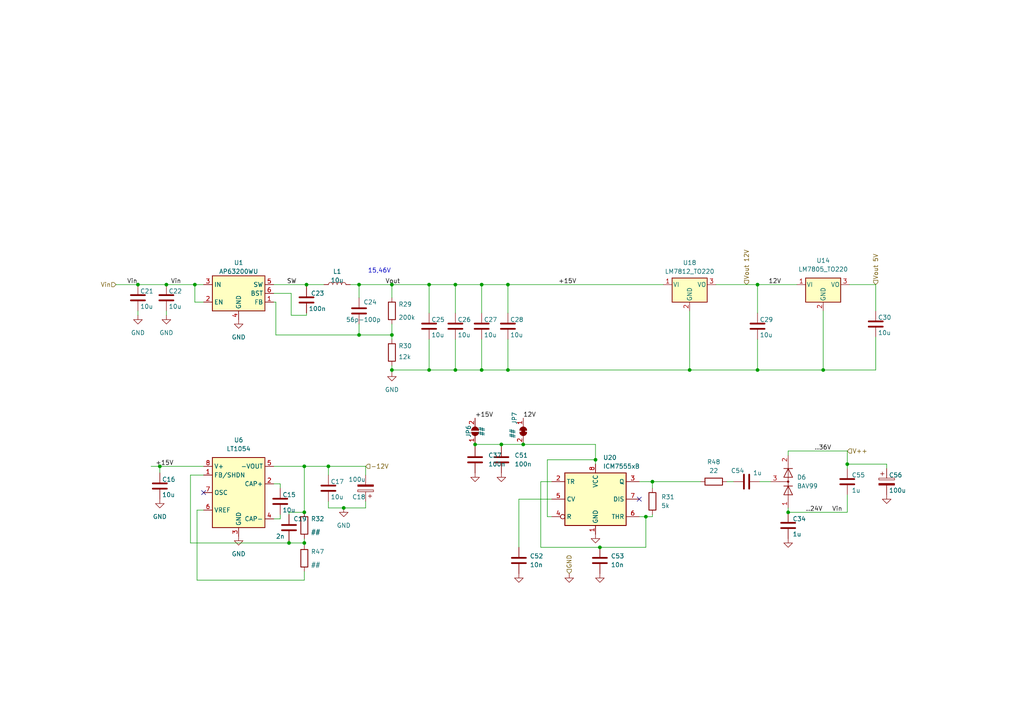
<source format=kicad_sch>
(kicad_sch (version 20231120) (generator "eeschema") (generator_version "8.0")
  (paper "A4")
  (lib_symbols
    (symbol "Device:C" (pin_numbers hide) (pin_names (offset 0.254))
      (property "Reference" "C" (at 0.635 2.54 0))
      (property "Value" "C" (at 0.635 -2.54 0))
      (symbol "C_0_1"
        (polyline (pts (xy -2.032 -0.762) (xy 2.032 -0.762)) (stroke (width 0.508)))
        (polyline (pts (xy -2.032 0.762) (xy 2.032 0.762)) (stroke (width 0.508)))
      )
      (symbol "C_1_1"
        (pin passive line (at 0 3.81 270) (length 2.794) (name "~") (number "1"))
        (pin passive line (at 0 -3.81 90) (length 2.794) (name "~") (number "2"))
      )
    )
    (symbol "Device:C_Polarized" (pin_numbers hide) (pin_names (offset 0.254))
      (property "Reference" "C" (at 0.635 2.54 0))
      (property "Value" "C_Polarized" (at 0.635 -2.54 0))
      (symbol "C_Polarized_0_1"
        (rectangle (start -2.286 0.508) (end 2.286 1.016))
        (polyline (pts (xy -1.778 2.286) (xy -0.762 2.286)))
        (polyline (pts (xy -1.27 2.794) (xy -1.27 1.778)))
        (rectangle (start 2.286 -0.508) (end -2.286 -1.016) (fill (type outline)))
      )
      (symbol "C_Polarized_1_1"
        (pin passive line (at 0 3.81 270) (length 2.794) (name "~") (number "1"))
        (pin passive line (at 0 -3.81 90) (length 2.794) (name "~") (number "2"))
      )
    )
    (symbol "Device:L" (pin_numbers hide) (pin_names (offset 1.016) hide)
      (property "Reference" "L" (at -1.27 0 90))
      (property "Value" "L" (at 1.905 0 90))
      (symbol "L_0_1"
        (arc (start 0 -2.54) (mid 0.6323 -1.905) (end 0 -1.27))
        (arc (start 0 -1.27) (mid 0.6323 -0.635) (end 0 0))
        (arc (start 0 0) (mid 0.6323 0.635) (end 0 1.27))
        (arc (start 0 1.27) (mid 0.6323 1.905) (end 0 2.54))
      )
      (symbol "L_1_1"
        (pin passive line (at 0 3.81 270) (length 1.27) (name "1") (number "1"))
        (pin passive line (at 0 -3.81 90) (length 1.27) (name "2") (number "2"))
      )
    )
    (symbol "Device:R" (pin_numbers hide) (pin_names (offset 0))
      (property "Reference" "R" (at 2.032 0 90))
      (property "Value" "R" (at 0 0 90))
      (symbol "R_0_1"
        (rectangle (start -1.016 -2.54) (end 1.016 2.54) (stroke (width 0.254)))
      )
      (symbol "R_1_1"
        (pin passive line (at 0 3.81 270) (length 1.27) (name "~") (number "1"))
        (pin passive line (at 0 -3.81 90) (length 1.27) (name "~") (number "2"))
      )
    )
    (symbol "Diode:BAV99" (pin_names hide)
      (property "Reference" "D" (at 0 5.08 0))
      (property "Value" "BAV99" (at 0 2.54 0))
      (symbol "BAV99_0_1"
        (polyline (pts (xy -5.08 0) (xy 5.08 0)))
      )
      (symbol "BAV99_1_1"
        (polyline (pts (xy 0 0) (xy 0 -2.54)))
        (polyline (pts (xy -1.27 -1.27) (xy -1.27 1.27) (xy -1.27 1.27)) (stroke (width 0.2032)))
        (polyline (pts (xy 3.81 1.27) (xy 3.81 -1.27) (xy 3.81 -1.27)) (stroke (width 0.2032)))
        (polyline (pts (xy -3.81 1.27) (xy -1.27 0) (xy -3.81 -1.27) (xy -3.81 1.27) (xy -3.81 1.27) (xy -3.81 1.27)) (stroke (width 0.2032)))
        (polyline (pts (xy 1.27 1.27) (xy 3.81 0) (xy 1.27 -1.27) (xy 1.27 1.27) (xy 1.27 1.27) (xy 1.27 1.27)) (stroke (width 0.2032)))
        (circle (center 0 0) (radius 0.254) (fill (type outline)))
        (pin passive line (at -7.62 0 0) (length 2.54) (name "K") (number "1"))
        (pin passive line (at 7.62 0 180) (length 2.54) (name "A") (number "2"))
        (pin passive line (at 0 -5.08 90) (length 2.54) (name "K") (number "3"))
      )
    )
    (symbol "Jumper:SolderJumper_2_Bridged" (pin_names (offset 0) hide)
      (property "Reference" "JP" (at 0 2.032 0))
      (property "Value" "SolderJumper_2_Bridged" (at 0 -2.54 0))
      (symbol "SolderJumper_2_Bridged_0_1"
        (rectangle (start -0.508 0.508) (end 0.508 -0.508) (fill (type outline)))
        (arc (start -0.254 1.016) (mid -1.2656 0) (end -0.254 -1.016))
        (arc (start -0.254 1.016) (mid -1.2656 0) (end -0.254 -1.016) (fill (type outline)))
        (polyline (pts (xy -0.254 1.016) (xy -0.254 -1.016)))
        (polyline (pts (xy 0.254 1.016) (xy 0.254 -1.016)))
        (arc (start 0.254 -1.016) (mid 1.2656 0) (end 0.254 1.016))
        (arc (start 0.254 -1.016) (mid 1.2656 0) (end 0.254 1.016) (fill (type outline)))
      )
      (symbol "SolderJumper_2_Bridged_1_1"
        (pin passive line (at -3.81 0 0) (length 2.54) (name "A") (number "1"))
        (pin passive line (at 3.81 0 180) (length 2.54) (name "B") (number "2"))
      )
    )
    (symbol "Jumper:SolderJumper_2_Open" (pin_names (offset 0) hide)
      (property "Reference" "JP" (at 0 2.032 0))
      (property "Value" "SolderJumper_2_Open" (at 0 -2.54 0))
      (symbol "SolderJumper_2_Open_0_1"
        (arc (start -0.254 1.016) (mid -1.2656 0) (end -0.254 -1.016))
        (arc (start -0.254 1.016) (mid -1.2656 0) (end -0.254 -1.016) (fill (type outline)))
        (polyline (pts (xy -0.254 1.016) (xy -0.254 -1.016)))
        (polyline (pts (xy 0.254 1.016) (xy 0.254 -1.016)))
        (arc (start 0.254 -1.016) (mid 1.2656 0) (end 0.254 1.016))
        (arc (start 0.254 -1.016) (mid 1.2656 0) (end 0.254 1.016) (fill (type outline)))
      )
      (symbol "SolderJumper_2_Open_1_1"
        (pin passive line (at -3.81 0 0) (length 2.54) (name "A") (number "1"))
        (pin passive line (at 3.81 0 180) (length 2.54) (name "B") (number "2"))
      )
    )
    (symbol "Regulator_Linear:LM7805_TO220" (pin_names (offset 0.254))
      (property "Reference" "U" (at -3.81 3.175 0))
      (property "Value" "LM7805_TO220" (at 0 3.175 0))
      (symbol "LM7805_TO220_0_1"
        (rectangle (start -5.08 1.905) (end 5.08 -5.08) (stroke (width 0.254)) (fill (type background)))
      )
      (symbol "LM7805_TO220_1_1"
        (pin power_in line (at -7.62 0 0) (length 2.54) (name "VI") (number "1"))
        (pin power_in line (at 0 -7.62 90) (length 2.54) (name "GND") (number "2"))
        (pin power_out line (at 7.62 0 180) (length 2.54) (name "VO") (number "3"))
      )
    )
    (symbol "Regulator_Linear:LM7812_TO220" (pin_names (offset 0.254))
      (property "Reference" "U" (at -3.81 3.175 0))
      (property "Value" "LM7812_TO220" (at 0 3.175 0))
      (symbol "LM7812_TO220_0_1"
        (rectangle (start -5.08 1.905) (end 5.08 -5.08) (stroke (width 0.254)) (fill (type background)))
      )
      (symbol "LM7812_TO220_1_1"
        (pin power_in line (at -7.62 0 0) (length 2.54) (name "VI") (number "1"))
        (pin power_in line (at 0 -7.62 90) (length 2.54) (name "GND") (number "2"))
        (pin power_out line (at 7.62 0 180) (length 2.54) (name "VO") (number "3"))
      )
    )
    (symbol "Regulator_SwitchedCapacitor:LT1054"
      (property "Reference" "U" (at -6.604 11.176 0))
      (property "Value" "LT1054" (at 4.318 11.176 0))
      (symbol "LT1054_0_1"
        (rectangle (start -7.62 10.16) (end 7.62 -10.16) (stroke (width 0.254)) (fill (type background)))
      )
      (symbol "LT1054_1_1"
        (pin input line (at -10.16 5.08 0) (length 2.54) (name "FB/SHDN") (number "1"))
        (pin input line (at 10.16 2.54 180) (length 2.54) (name "CAP+") (number "2"))
        (pin power_in line (at 0 -12.7 90) (length 2.54) (name "GND") (number "3"))
        (pin input line (at 10.16 -7.62 180) (length 2.54) (name "CAP-") (number "4"))
        (pin power_out line (at 10.16 7.62 180) (length 2.54) (name "-VOUT") (number "5"))
        (pin output line (at -10.16 -5.08 0) (length 2.54) (name "VREF") (number "6"))
        (pin input line (at -10.16 0 0) (length 2.54) (name "OSC") (number "7"))
        (pin power_in line (at -10.16 7.62 0) (length 2.54) (name "V+") (number "8"))
      )
    )
    (symbol "Regulator_Switching:AP63200WU"
      (property "Reference" "U" (at -7.62 6.35 0))
      (property "Value" "AP63200WU" (at 2.54 6.35 0))
      (symbol "AP63200WU_0_1"
        (rectangle (start -7.62 5.08) (end 7.62 -5.08) (stroke (width 0.254)) (fill (type background)))
      )
      (symbol "AP63200WU_1_1"
        (pin input line (at 10.16 -2.54 180) (length 2.54) (name "FB") (number "1"))
        (pin input line (at -10.16 -2.54 0) (length 2.54) (name "EN") (number "2"))
        (pin power_in line (at -10.16 2.54 0) (length 2.54) (name "IN") (number "3"))
        (pin power_in line (at 0 -7.62 90) (length 2.54) (name "GND") (number "4"))
        (pin output line (at 10.16 2.54 180) (length 2.54) (name "SW") (number "5"))
        (pin passive line (at 10.16 0 180) (length 2.54) (name "BST") (number "6"))
      )
    )
    (symbol "Timer:ICM7555xB"
      (property "Reference" "U" (at -10.16 8.89 0))
      (property "Value" "ICM7555xB" (at 2.54 8.89 0))
      (symbol "ICM7555xB_0_0"
        (pin power_in line (at 0 -10.16 90) (length 2.54) (name "GND") (number "1"))
        (pin power_in line (at 0 10.16 270) (length 2.54) (name "VCC") (number "8"))
      )
      (symbol "ICM7555xB_0_1"
        (rectangle (start -8.89 -7.62) (end 8.89 7.62) (stroke (width 0.254)) (fill (type background)))
        (rectangle (start -8.89 -7.62) (end 8.89 7.62) (stroke (width 0.254)) (fill (type background)))
      )
      (symbol "ICM7555xB_1_1"
        (pin input line (at -12.7 5.08 0) (length 3.81) (name "TR") (number "2"))
        (pin output line (at 12.7 5.08 180) (length 3.81) (name "Q") (number "3"))
        (pin input inverted (at -12.7 -5.08 0) (length 3.81) (name "R") (number "4"))
        (pin input line (at -12.7 0 0) (length 3.81) (name "CV") (number "5"))
        (pin input line (at 12.7 -5.08 180) (length 3.81) (name "THR") (number "6"))
        (pin input line (at 12.7 0 180) (length 3.81) (name "DIS") (number "7"))
      )
    )
    (symbol "power:GND" (power) (pin_names (offset 0))
      (property "Value" "GND" (at 0 -3.81 0))
      (symbol "GND_0_1"
        (polyline (pts (xy 0 0) (xy 0 -1.27) (xy 1.27 -1.27) (xy 0 -2.54) (xy -1.27 -1.27) (xy 0 -1.27)))
      )
      (symbol "GND_1_1"
        (pin power_in line (at 0 0 270) (length 0) hide (name "GND") (number "1"))
      )
    )
  )
  (junction (at 245.745 134.62))
  (junction (at 151.765 128.905))
  (junction (at 99.695 147.32))
  (junction (at 228.6 148.59))
  (junction (at 219.71 107.315))
  (junction (at 187.325 149.86))
  (junction (at 147.32 82.55))
  (junction (at 124.46 107.315))
  (junction (at 113.665 107.315))
  (junction (at 219.71 82.55))
  (junction (at 137.795 128.905))
  (junction (at 132.08 82.55))
  (junction (at 40.005 82.55))
  (junction (at 88.265 148.59))
  (junction (at 104.14 82.55))
  (junction (at 124.46 82.55))
  (junction (at 132.08 107.315))
  (junction (at 113.665 97.155))
  (junction (at 48.26 82.55))
  (junction (at 88.265 135.255))
  (junction (at 200.025 107.315))
  (junction (at 113.665 82.55))
  (junction (at 46.355 135.255))
  (junction (at 83.82 157.48))
  (junction (at 56.515 82.55))
  (junction (at 139.7 82.55))
  (junction (at 88.9 82.55))
  (junction (at 104.14 97.155))
  (junction (at 147.32 107.315))
  (junction (at 145.415 128.905))
  (junction (at 173.99 158.75))
  (junction (at 172.72 133.35))
  (junction (at 189.23 139.7))
  (junction (at 88.265 157.48))
  (junction (at 95.25 135.255))
  (junction (at 238.76 107.315))
  (junction (at 139.7 107.315))
  (no_connect (at 185.42 144.78))
  (no_connect (at 59.055 142.875))
  (wire (pts (xy 257.175 134.62) (xy 245.745 134.62)))
  (wire (pts (xy 219.71 98.425) (xy 219.71 107.315)))
  (wire (pts (xy 113.665 93.98) (xy 113.665 97.155)))
  (wire (pts (xy 104.14 82.55) (xy 104.14 86.36)))
  (wire (pts (xy 113.665 107.315) (xy 113.665 106.045)))
  (wire (pts (xy 219.71 82.55) (xy 231.14 82.55)))
  (wire (pts (xy 254 97.79) (xy 254 107.315)))
  (wire (pts (xy 48.26 90.17) (xy 48.26 91.44)))
  (wire (pts (xy 124.46 82.55) (xy 132.08 82.55)))
  (wire (pts (xy 172.72 133.35) (xy 172.72 134.62)))
  (wire (pts (xy 113.665 107.315) (xy 124.46 107.315)))
  (wire (pts (xy 147.32 90.805) (xy 147.32 82.55)))
  (wire (pts (xy 238.76 90.17) (xy 238.76 107.315)))
  (wire (pts (xy 83.82 149.225) (xy 83.82 148.59)))
  (wire (pts (xy 228.6 130.81) (xy 245.745 130.81)))
  (wire (pts (xy 81.28 150.495) (xy 81.28 149.225)))
  (wire (pts (xy 101.6 82.55) (xy 104.14 82.55)))
  (wire (pts (xy 124.46 107.315) (xy 132.08 107.315)))
  (wire (pts (xy 139.7 82.55) (xy 147.32 82.55)))
  (wire (pts (xy 88.265 135.255) (xy 95.25 135.255)))
  (wire (pts (xy 84.455 85.09) (xy 79.375 85.09)))
  (wire (pts (xy 172.72 128.905) (xy 172.72 133.35)))
  (wire (pts (xy 88.265 168.275) (xy 57.15 168.275)))
  (wire (pts (xy 150.495 158.75) (xy 150.495 144.78)))
  (wire (pts (xy 187.325 149.86) (xy 189.23 149.86)))
  (wire (pts (xy 113.665 107.95) (xy 113.665 107.315)))
  (wire (pts (xy 79.375 150.495) (xy 81.28 150.495)))
  (wire (pts (xy 228.6 132.08) (xy 228.6 130.81)))
  (wire (pts (xy 104.14 97.155) (xy 113.665 97.155)))
  (wire (pts (xy 80.01 97.155) (xy 104.14 97.155)))
  (wire (pts (xy 158.75 133.35) (xy 172.72 133.35)))
  (wire (pts (xy 139.7 90.805) (xy 139.7 82.55)))
  (wire (pts (xy 88.265 156.21) (xy 88.265 157.48)))
  (wire (pts (xy 156.845 139.7) (xy 156.845 158.75)))
  (wire (pts (xy 56.515 82.55) (xy 59.055 82.55)))
  (wire (pts (xy 113.665 82.55) (xy 113.665 86.36)))
  (wire (pts (xy 46.355 135.255) (xy 59.055 135.255)))
  (wire (pts (xy 245.745 130.81) (xy 245.745 134.62)))
  (wire (pts (xy 139.7 98.425) (xy 139.7 107.315)))
  (wire (pts (xy 106.045 135.255) (xy 106.045 137.795)))
  (wire (pts (xy 59.055 137.795) (xy 55.245 137.795)))
  (wire (pts (xy 189.23 149.225) (xy 189.23 149.86)))
  (wire (pts (xy 46.355 137.16) (xy 46.355 135.255)))
  (wire (pts (xy 33.655 82.55) (xy 40.005 82.55)))
  (wire (pts (xy 158.75 149.86) (xy 158.75 133.35)))
  (wire (pts (xy 95.25 135.255) (xy 106.045 135.255)))
  (wire (pts (xy 219.71 107.315) (xy 200.025 107.315)))
  (wire (pts (xy 147.32 82.55) (xy 192.405 82.55)))
  (wire (pts (xy 245.745 148.59) (xy 245.745 143.51)))
  (wire (pts (xy 160.02 139.7) (xy 156.845 139.7)))
  (wire (pts (xy 40.005 91.44) (xy 40.005 90.17)))
  (wire (pts (xy 124.46 98.425) (xy 124.46 107.315)))
  (wire (pts (xy 83.82 156.845) (xy 83.82 157.48)))
  (wire (pts (xy 187.325 149.86) (xy 185.42 149.86)))
  (wire (pts (xy 79.375 135.255) (xy 88.265 135.255)))
  (wire (pts (xy 254 82.55) (xy 246.38 82.55)))
  (wire (pts (xy 238.76 107.315) (xy 219.71 107.315)))
  (wire (pts (xy 228.6 148.59) (xy 245.745 148.59)))
  (wire (pts (xy 88.9 82.55) (xy 88.9 83.185)))
  (wire (pts (xy 83.82 157.48) (xy 88.265 157.48)))
  (wire (pts (xy 95.25 137.795) (xy 95.25 135.255)))
  (wire (pts (xy 88.265 135.255) (xy 88.265 148.59)))
  (wire (pts (xy 245.745 134.62) (xy 245.745 135.89)))
  (wire (pts (xy 150.495 144.78) (xy 160.02 144.78)))
  (wire (pts (xy 56.515 82.55) (xy 56.515 87.63)))
  (wire (pts (xy 80.01 87.63) (xy 80.01 97.155)))
  (wire (pts (xy 81.28 140.335) (xy 79.375 140.335)))
  (wire (pts (xy 88.265 157.48) (xy 88.265 158.115)))
  (wire (pts (xy 137.795 129.54) (xy 137.795 128.905)))
  (wire (pts (xy 43.815 135.255) (xy 46.355 135.255)))
  (wire (pts (xy 84.455 91.44) (xy 88.9 91.44)))
  (wire (pts (xy 189.23 139.7) (xy 189.23 141.605)))
  (wire (pts (xy 79.375 87.63) (xy 80.01 87.63)))
  (wire (pts (xy 88.265 165.735) (xy 88.265 168.275)))
  (wire (pts (xy 147.32 107.315) (xy 200.025 107.315)))
  (wire (pts (xy 151.765 128.905) (xy 172.72 128.905)))
  (wire (pts (xy 55.245 157.48) (xy 83.82 157.48)))
  (wire (pts (xy 106.045 145.415) (xy 106.045 147.32)))
  (wire (pts (xy 173.99 158.75) (xy 187.325 158.75)))
  (wire (pts (xy 189.23 139.7) (xy 203.2 139.7)))
  (wire (pts (xy 257.175 135.89) (xy 257.175 134.62)))
  (wire (pts (xy 95.25 147.32) (xy 95.25 145.415)))
  (wire (pts (xy 132.08 98.425) (xy 132.08 107.315)))
  (wire (pts (xy 147.32 107.315) (xy 139.7 107.315)))
  (wire (pts (xy 187.325 158.75) (xy 187.325 149.86)))
  (wire (pts (xy 207.645 82.55) (xy 219.71 82.55)))
  (wire (pts (xy 220.345 139.7) (xy 223.52 139.7)))
  (wire (pts (xy 200.025 90.17) (xy 200.025 107.315)))
  (wire (pts (xy 210.82 139.7) (xy 212.725 139.7)))
  (wire (pts (xy 254 107.315) (xy 238.76 107.315)))
  (wire (pts (xy 113.665 97.155) (xy 113.665 98.425)))
  (wire (pts (xy 88.9 91.44) (xy 88.9 90.805)))
  (wire (pts (xy 254 90.17) (xy 254 82.55)))
  (wire (pts (xy 57.15 168.275) (xy 57.15 147.955)))
  (wire (pts (xy 113.665 82.55) (xy 104.14 82.55)))
  (wire (pts (xy 145.415 128.905) (xy 151.765 128.905)))
  (wire (pts (xy 55.245 137.795) (xy 55.245 157.48)))
  (wire (pts (xy 228.6 147.32) (xy 228.6 148.59)))
  (wire (pts (xy 59.055 87.63) (xy 56.515 87.63)))
  (wire (pts (xy 104.14 93.98) (xy 104.14 97.155)))
  (wire (pts (xy 160.02 149.86) (xy 158.75 149.86)))
  (wire (pts (xy 40.005 82.55) (xy 48.26 82.55)))
  (wire (pts (xy 84.455 91.44) (xy 84.455 85.09)))
  (wire (pts (xy 137.795 128.905) (xy 145.415 128.905)))
  (wire (pts (xy 81.28 141.605) (xy 81.28 140.335)))
  (wire (pts (xy 106.045 147.32) (xy 99.695 147.32)))
  (wire (pts (xy 132.08 107.315) (xy 139.7 107.315)))
  (wire (pts (xy 156.845 158.75) (xy 173.99 158.75)))
  (wire (pts (xy 99.695 147.32) (xy 95.25 147.32)))
  (wire (pts (xy 147.32 98.425) (xy 147.32 107.315)))
  (wire (pts (xy 113.665 82.55) (xy 124.46 82.55)))
  (wire (pts (xy 145.415 129.54) (xy 145.415 128.905)))
  (wire (pts (xy 132.08 82.55) (xy 132.08 90.805)))
  (wire (pts (xy 132.08 82.55) (xy 139.7 82.55)))
  (wire (pts (xy 185.42 139.7) (xy 189.23 139.7)))
  (wire (pts (xy 83.82 148.59) (xy 88.265 148.59)))
  (wire (pts (xy 57.15 147.955) (xy 59.055 147.955)))
  (wire (pts (xy 219.71 82.55) (xy 219.71 90.805)))
  (wire (pts (xy 124.46 82.55) (xy 124.46 90.805)))
  (wire (pts (xy 88.9 82.55) (xy 93.98 82.55)))
  (wire (pts (xy 79.375 82.55) (xy 88.9 82.55)))
  (wire (pts (xy 48.26 82.55) (xy 56.515 82.55)))
  (text "15,46V" (at 106.68 79.375 0) (effects (font (size 1.27 1.27)) (justify left bottom)))
  (label "..36V" (at 236.22 130.81 0))
  (label "+15V" (at 45.085 135.255 0))
  (label "Vout" (at 111.76 82.55 0))
  (label "Vin" (at 36.83 82.55 0))
  (label "12V" (at 151.765 121.285 0))
  (label "Vin" (at 241.3 148.59 0))
  (label "..24V" (at 233.68 148.59 0))
  (label "Vin" (at 49.53 82.55 0))
  (label "+15V" (at 161.925 82.55 0))
  (label "+15V" (at 137.795 121.285 0))
  (label "12V" (at 222.885 82.55 0))
  (label "SW" (at 83.185 82.55 0))
  (hierarchical_label "Vin" (shape input) (at 33.655 82.55 180))
  (hierarchical_label "Vout 5V" (shape input) (at 254 82.55 90))
  (hierarchical_label "Vout 12V" (shape input) (at 216.535 82.55 90))
  (hierarchical_label "-12V" (shape input) (at 106.045 135.255 0))
  (hierarchical_label "GND" (shape input) (at 165.1 166.37 90))
  (hierarchical_label "V++" (shape input) (at 245.745 130.81 0))
  (symbol (lib_id "Device:C") (at 46.355 140.97 0) (unit 1)
    (property "Reference" "C16" (at 46.99 139.065 0) (effects (justify left)))
    (property "Value" "10u" (at 46.99 143.51 0) (effects (justify left)))
    (property "Footprint" "Capacitor_SMD:C_1206_3216Metric" (effects (hide yes)))
  )
  (symbol (lib_id "power:GND") (at 69.215 92.71 0) (unit 1)
    (property "Reference" "#PWR050" (effects (hide yes)))
    (property "Value" "GND" (at 69.215 97.79 0))
  )
  (symbol (lib_id "Device:C") (at 145.415 133.35 0) (unit 1)
    (property "Reference" "C51" (at 149.225 132.0799 0) (effects (justify left)))
    (property "Value" "100n" (at 149.225 134.6199 0) (effects (justify left)))
    (property "Footprint" "Capacitor_SMD:C_0603_1608Metric" (effects (hide yes)))
    (property "Description" "Unpolarized capacitor" (effects (hide yes)))
  )
  (symbol (lib_id "Jumper:SolderJumper_2_Bridged") (at 151.765 125.095 270) (unit 1)
    (property "Reference" "JP7" (at 149.225 121.285 0))
    (property "Value" "##" (at 148.59 125.73 0))
    (property "Footprint" "Jumper:SolderJumper-2_P1.3mm_Bridged2Bar_RoundedPad1.0x1.5mm" (effects (hide yes)))
    (property "Description" "Solder Jumper, 2-pole, closed/bridged" (effects (hide yes)))
  )
  (symbol (lib_id "Device:C") (at 48.26 86.36 0) (unit 1)
    (property "Reference" "C22" (at 48.895 84.455 0) (effects (justify left)))
    (property "Value" "10u" (at 48.895 88.9 0) (effects (justify left)))
    (property "Footprint" "Capacitor_SMD:C_1206_3216Metric" (effects (hide yes)))
  )
  (symbol (lib_id "power:GND") (at 40.005 91.44 0) (unit 1)
    (property "Reference" "#PWR048" (effects (hide yes)))
    (property "Value" "GND" (at 40.005 96.52 0))
  )
  (symbol (lib_id "Jumper:SolderJumper_2_Open") (at 137.795 125.095 90) (unit 1)
    (property "Reference" "JP6" (at 135.89 125.095 0))
    (property "Value" "##" (at 139.7 125.095 0))
    (property "Footprint" "Jumper:SolderJumper-2_P1.3mm_Open_RoundedPad1.0x1.5mm" (effects (hide yes)))
    (property "Description" "Solder Jumper, 2-pole, open" (effects (hide yes)))
  )
  (symbol (lib_id "Device:R") (at 113.665 102.235 0) (unit 1)
    (property "Reference" "R30" (at 115.57 100.33 0) (effects (justify left)))
    (property "Value" "12k" (at 115.57 103.505 0) (effects (justify left)))
    (property "Footprint" "Resistor_SMD:R_0603_1608Metric" (effects (hide yes)))
  )
  (symbol (lib_id "Device:C") (at 139.7 94.615 0) (unit 1)
    (property "Reference" "C27" (at 140.335 92.71 0) (effects (justify left)))
    (property "Value" "10u" (at 140.335 97.155 0) (effects (justify left)))
    (property "Footprint" "Capacitor_SMD:C_1206_3216Metric" (effects (hide yes)))
  )
  (symbol (lib_id "Device:C") (at 216.535 139.7 90) (unit 1)
    (property "Reference" "C54" (at 215.9 136.525 90) (effects (justify left)))
    (property "Value" "1u" (at 220.98 137.16 90) (effects (justify left)))
    (property "Footprint" "Capacitor_SMD:C_1206_3216Metric" (effects (hide yes)))
    (property "Description" "Unpolarized capacitor" (effects (hide yes)))
  )
  (symbol (lib_id "Regulator_Linear:LM7812_TO220") (at 200.025 82.55 0) (unit 1)
    (property "Reference" "U18" (at 200.025 76.2 0))
    (property "Value" "LM7812_TO220" (at 200.025 78.74 0))
    (property "Footprint" "Package_TO_SOT_THT:TO-220-3_Vertical" (effects (hide yes)))
    (property "Datasheet" "https://www.onsemi.cn/PowerSolutions/document/MC7800-D.PDF" (effects (hide yes)))
    (property "Description" "Positive 1A 35V Linear Regulator, Fixed Output 12V, TO-220" (effects (hide yes)))
  )
  (symbol (lib_id "power:GND") (at 48.26 91.44 0) (unit 1)
    (property "Reference" "#PWR049" (effects (hide yes)))
    (property "Value" "GND" (at 48.26 96.52 0))
  )
  (symbol (lib_id "Device:C") (at 132.08 94.615 0) (unit 1)
    (property "Reference" "C26" (at 132.715 92.71 0) (effects (justify left)))
    (property "Value" "10u" (at 132.715 97.155 0) (effects (justify left)))
    (property "Footprint" "Capacitor_SMD:C_1206_3216Metric" (effects (hide yes)))
  )
  (symbol (lib_id "Device:C") (at 83.82 153.035 0) (unit 1)
    (property "Reference" "C19" (at 85.09 150.495 0) (effects (justify left)))
    (property "Value" "2n" (at 80.01 155.575 0) (effects (justify left)))
    (property "Footprint" "Capacitor_SMD:C_0603_1608Metric" (effects (hide yes)))
  )
  (symbol (lib_id "Device:C") (at 228.6 152.4 0) (unit 1)
    (property "Reference" "C34" (at 229.87 150.495 0) (effects (justify left)))
    (property "Value" "1u" (at 229.87 154.94 0) (effects (justify left)))
    (property "Footprint" "Capacitor_SMD:C_1206_3216Metric" (effects (hide yes)))
    (property "Description" "Unpolarized capacitor" (effects (hide yes)))
  )
  (symbol (lib_id "Device:C_Polarized") (at 106.045 141.605 180) (unit 1)
    (property "Reference" "C18" (at 106.045 144.145 0) (effects (justify left)))
    (property "Value" "100u" (at 106.045 139.065 0) (effects (justify left)))
    (property "Footprint" "Capacitor_SMD:CP_Elec_8x10.5" (effects (hide yes)))
    (property "Description" "Polarized capacitor" (effects (hide yes)))
  )
  (symbol (lib_id "power:GND") (at 137.795 137.16 0) (unit 1)
    (property "Reference" "#PWR0117" (effects (hide yes)))
    (property "Value" "GND" (effects (hide yes)))
    (property "Description" "Power symbol creates a global label with name \"GND\" , ground" (effects (hide yes)))
  )
  (symbol (lib_id "power:GND") (at 46.355 144.78 0) (unit 1)
    (property "Reference" "#PWR0121" (effects (hide yes)))
    (property "Value" "GND" (at 46.355 149.86 0))
  )
  (symbol (lib_id "power:GND") (at 173.99 166.37 0) (unit 1)
    (property "Reference" "#PWR0127" (effects (hide yes)))
    (property "Value" "GND" (effects (hide yes)))
    (property "Description" "Power symbol creates a global label with name \"GND\" , ground" (effects (hide yes)))
  )
  (symbol (lib_id "Device:C") (at 124.46 94.615 0) (unit 1)
    (property "Reference" "C25" (at 125.095 92.71 0) (effects (justify left)))
    (property "Value" "10u" (at 125.095 97.155 0) (effects (justify left)))
    (property "Footprint" "Capacitor_SMD:C_1206_3216Metric" (effects (hide yes)))
  )
  (symbol (lib_id "Regulator_Switching:AP63200WU") (at 69.215 85.09 0) (unit 1)
    (property "Reference" "U1" (at 69.215 76.2 0))
    (property "Value" "AP63200WU" (at 69.215 78.74 0))
    (property "Footprint" "Package_TO_SOT_SMD:TSOT-23-6" (effects (hide yes)))
    (property "Datasheet" "https://www.diodes.com/assets/Datasheets/AP63200-AP63201-AP63203-AP63205.pdf" (effects (hide yes)))
  )
  (symbol (lib_id "Device:R") (at 113.665 90.17 0) (unit 1)
    (property "Reference" "R29" (at 115.57 88.265 0) (effects (justify left)))
    (property "Value" "200k" (at 115.57 92.075 0) (effects (justify left)))
    (property "Footprint" "Resistor_SMD:R_0603_1608Metric" (effects (hide yes)))
  )
  (symbol (lib_id "Device:C") (at 245.745 139.7 0) (unit 1)
    (property "Reference" "C55" (at 247.015 137.795 0) (effects (justify left)))
    (property "Value" "1u" (at 247.015 142.24 0) (effects (justify left)))
    (property "Footprint" "Capacitor_SMD:C_1206_3216Metric" (effects (hide yes)))
    (property "Description" "Unpolarized capacitor" (effects (hide yes)))
  )
  (symbol (lib_id "Device:C") (at 147.32 94.615 0) (unit 1)
    (property "Reference" "C28" (at 147.955 92.71 0) (effects (justify left)))
    (property "Value" "10u" (at 147.955 97.155 0) (effects (justify left)))
    (property "Footprint" "Capacitor_SMD:C_1206_3216Metric" (effects (hide yes)))
  )
  (symbol (lib_id "Device:C") (at 150.495 162.56 0) (unit 1)
    (property "Reference" "C52" (at 153.67 161.2899 0) (effects (justify left)))
    (property "Value" "10n" (at 153.67 163.8299 0) (effects (justify left)))
    (property "Footprint" "Capacitor_SMD:C_0603_1608Metric" (effects (hide yes)))
    (property "Description" "Unpolarized capacitor" (effects (hide yes)))
  )
  (symbol (lib_id "Device:C") (at 254 93.98 0) (unit 1)
    (property "Reference" "C30" (at 254.635 92.075 0) (effects (justify left)))
    (property "Value" "10u" (at 254.635 96.52 0) (effects (justify left)))
    (property "Footprint" "Capacitor_SMD:C_1206_3216Metric" (effects (hide yes)))
  )
  (symbol (lib_id "Regulator_SwitchedCapacitor:LT1054") (at 69.215 142.875 0) (unit 1)
    (property "Reference" "U6" (at 69.215 127.635 0))
    (property "Value" "LT1054" (at 69.215 130.175 0))
    (property "Footprint" "Package_DIP:DIP-8_W7.62mm" (effects (hide yes)))
    (property "Datasheet" "https://www.analog.com/media/en/technical-documentation/data-sheets/1054lfh.pdf" (effects (hide yes)))
    (property "Description" "Switched-Capacitor Voltage Converter with Regulator, output current 100mA, operating range 3.5V to 15V, low loss 1.1V at 100mA, DIP-8/SO-8" (effects (hide yes)))
  )
  (symbol (lib_id "power:GND") (at 172.72 154.94 0) (unit 1)
    (property "Reference" "#PWR0126" (effects (hide yes)))
    (property "Value" "GND" (effects (hide yes)))
    (property "Description" "Power symbol creates a global label with name \"GND\" , ground" (effects (hide yes)))
  )
  (symbol (lib_id "Timer:ICM7555xB") (at 172.72 144.78 0) (unit 1)
    (property "Reference" "U20" (at 174.9141 132.715 0) (effects (justify left)))
    (property "Value" "ICM7555xB" (at 174.9141 135.255 0) (effects (justify left)))
    (property "Footprint" "Package_SO:SOIC-8_3.9x4.9mm_P1.27mm" (effects (hide yes)))
    (property "Datasheet" "http://www.intersil.com/content/dam/Intersil/documents/icm7/icm7555-56.pdf" (effects (hide yes)))
    (property "Description" "CMOS General Purpose Timer, 555 compatible, SOIC-8" (effects (hide yes)))
  )
  (symbol (lib_id "power:GND") (at 99.695 147.32 0) (unit 1)
    (property "Reference" "#PWR0122" (effects (hide yes)))
    (property "Value" "GND" (at 99.695 152.4 0))
  )
  (symbol (lib_id "Device:C_Polarized") (at 257.175 139.7 0) (unit 1)
    (property "Reference" "C56" (at 257.81 137.795 0) (effects (justify left)))
    (property "Value" "100u" (at 257.81 142.24 0) (effects (justify left)))
    (property "Footprint" "Capacitor_SMD:CP_Elec_8x10.5" (effects (hide yes)))
    (property "Description" "Polarized capacitor" (effects (hide yes)))
  )
  (symbol (lib_id "Device:C") (at 95.25 141.605 0) (unit 1)
    (property "Reference" "C17" (at 95.885 139.7 0) (effects (justify left)))
    (property "Value" "10u" (at 95.885 144.145 0) (effects (justify left)))
    (property "Footprint" "Capacitor_SMD:C_1206_3216Metric" (effects (hide yes)))
  )
  (symbol (lib_id "power:GND") (at 145.415 137.16 0) (unit 1)
    (property "Reference" "#PWR0118" (effects (hide yes)))
    (property "Value" "GND" (effects (hide yes)))
    (property "Description" "Power symbol creates a global label with name \"GND\" , ground" (effects (hide yes)))
  )
  (symbol (lib_id "power:GND") (at 113.665 107.95 0) (unit 1)
    (property "Reference" "#PWR051" (effects (hide yes)))
    (property "Value" "GND" (at 113.665 113.03 0))
  )
  (symbol (lib_id "Device:C") (at 137.795 133.35 0) (unit 1)
    (property "Reference" "C37" (at 141.605 132.0799 0) (effects (justify left)))
    (property "Value" "100n" (at 141.605 134.6199 0) (effects (justify left)))
    (property "Footprint" "Capacitor_SMD:C_0603_1608Metric" (effects (hide yes)))
    (property "Description" "Unpolarized capacitor" (effects (hide yes)))
  )
  (symbol (lib_id "power:GND") (at 257.175 143.51 0) (unit 1)
    (property "Reference" "#PWR0128" (effects (hide yes)))
    (property "Value" "GND" (effects (hide yes)))
    (property "Description" "Power symbol creates a global label with name \"GND\" , ground" (effects (hide yes)))
  )
  (symbol (lib_id "Device:R") (at 88.265 161.925 0) (unit 1)
    (property "Reference" "R47" (at 90.17 160.02 0) (effects (justify left)))
    (property "Value" "##" (at 90.17 163.83 0) (effects (justify left)))
    (property "Footprint" "Resistor_SMD:R_0603_1608Metric" (effects (hide yes)))
  )
  (symbol (lib_id "Device:R") (at 88.265 152.4 0) (unit 1)
    (property "Reference" "R32" (at 90.17 150.495 0) (effects (justify left)))
    (property "Value" "##" (at 90.17 154.305 0) (effects (justify left)))
    (property "Footprint" "Resistor_SMD:R_0603_1608Metric" (effects (hide yes)))
  )
  (symbol (lib_id "Device:C") (at 219.71 94.615 0) (unit 1)
    (property "Reference" "C29" (at 220.345 92.71 0) (effects (justify left)))
    (property "Value" "10u" (at 220.345 97.155 0) (effects (justify left)))
    (property "Footprint" "Capacitor_SMD:C_1206_3216Metric" (effects (hide yes)))
  )
  (symbol (lib_id "Device:C") (at 81.28 145.415 0) (unit 1)
    (property "Reference" "C15" (at 81.915 143.51 0) (effects (justify left)))
    (property "Value" "10u" (at 81.915 147.955 0) (effects (justify left)))
    (property "Footprint" "Capacitor_SMD:C_1206_3216Metric" (effects (hide yes)))
  )
  (symbol (lib_id "Device:R") (at 189.23 145.415 180) (unit 1)
    (property "Reference" "R31" (at 191.77 144.1449 0) (effects (justify right)))
    (property "Value" "5k" (at 191.77 146.6849 0) (effects (justify right)))
    (property "Footprint" "Resistor_SMD:R_0603_1608Metric" (effects (hide yes)))
    (property "Description" "Resistor" (effects (hide yes)))
  )
  (symbol (lib_id "power:GND") (at 165.1 166.37 0) (unit 1)
    (property "Reference" "#PWR0125" (effects (hide yes)))
    (property "Value" "GND" (effects (hide yes)))
    (property "Description" "Power symbol creates a global label with name \"GND\" , ground" (effects (hide yes)))
  )
  (symbol (lib_id "Device:C") (at 104.14 90.17 0) (unit 1)
    (property "Reference" "C24" (at 105.41 87.63 0) (effects (justify left)))
    (property "Value" "56p-100p" (at 100.33 92.71 0) (effects (justify left)))
    (property "Footprint" "Capacitor_SMD:C_0603_1608Metric" (effects (hide yes)))
  )
  (symbol (lib_id "power:GND") (at 69.215 155.575 0) (unit 1)
    (property "Reference" "#PWR0123" (effects (hide yes)))
    (property "Value" "GND" (at 69.215 160.655 0))
  )
  (symbol (lib_id "Device:R") (at 207.01 139.7 90) (unit 1)
    (property "Reference" "R48" (at 207.01 133.985 90))
    (property "Value" "22" (at 207.01 136.525 90))
    (property "Footprint" "Resistor_SMD:R_0603_1608Metric" (effects (hide yes)))
    (property "Description" "Resistor" (effects (hide yes)))
  )
  (symbol (lib_id "power:GND") (at 228.6 156.21 0) (unit 1)
    (property "Reference" "#PWR0133" (effects (hide yes)))
    (property "Value" "GND" (effects (hide yes)))
    (property "Description" "Power symbol creates a global label with name \"GND\" , ground" (effects (hide yes)))
  )
  (symbol (lib_id "Device:C") (at 88.9 86.995 0) (unit 1)
    (property "Reference" "C23" (at 90.17 85.09 0) (effects (justify left)))
    (property "Value" "100n" (at 89.535 89.535 0) (effects (justify left)))
    (property "Footprint" "Capacitor_SMD:C_0603_1608Metric" (effects (hide yes)))
  )
  (symbol (lib_id "Device:C") (at 173.99 162.56 0) (unit 1)
    (property "Reference" "C53" (at 177.165 161.2899 0) (effects (justify left)))
    (property "Value" "10n" (at 177.165 163.8299 0) (effects (justify left)))
    (property "Footprint" "Capacitor_SMD:C_0603_1608Metric" (effects (hide yes)))
    (property "Description" "Unpolarized capacitor" (effects (hide yes)))
  )
  (symbol (lib_id "power:GND") (at 150.495 166.37 0) (unit 1)
    (property "Reference" "#PWR0124" (effects (hide yes)))
    (property "Value" "GND" (effects (hide yes)))
    (property "Description" "Power symbol creates a global label with name \"GND\" , ground" (effects (hide yes)))
  )
  (symbol (lib_id "Device:L") (at 97.79 82.55 90) (unit 1)
    (property "Reference" "L1" (at 97.79 78.74 90))
    (property "Value" "10u" (at 97.79 81.28 90))
    (property "Footprint" "Inductor_SMD:L_Taiyo-Yuden_NR-80xx" (effects (hide yes)))
  )
  (symbol (lib_id "Diode:BAV99") (at 228.6 139.7 270) (mirror x) (unit 1)
    (property "Reference" "D6" (at 231.14 138.4299 90) (effects (justify left)))
    (property "Value" "BAV99" (at 231.14 140.9699 90) (effects (justify left)))
    (property "Footprint" "Package_TO_SOT_SMD:SOT-23-3" (effects (hide yes)))
    (property "Datasheet" "https://assets.nexperia.com/documents/data-sheet/BAV99_SER.pdf" (effects (hide yes)))
    (property "Description" "BAV99 High-speed switching diodes, SOT-23" (effects (hide yes)))
  )
  (symbol (lib_id "Device:C") (at 40.005 86.36 0) (unit 1)
    (property "Reference" "C21" (at 40.64 84.455 0) (effects (justify left)))
    (property "Value" "10u" (at 40.64 88.9 0) (effects (justify left)))
    (property "Footprint" "Capacitor_SMD:C_1206_3216Metric" (effects (hide yes)))
  )
  (symbol (lib_id "Regulator_Linear:LM7805_TO220") (at 238.76 82.55 0) (unit 1)
    (property "Reference" "U14" (at 238.76 75.565 0))
    (property "Value" "LM7805_TO220" (at 238.76 78.105 0))
    (property "Footprint" "Package_TO_SOT_THT:TO-220-3_Vertical" (effects (hide yes)))
    (property "Datasheet" "https://www.onsemi.cn/PowerSolutions/document/MC7800-D.PDF" (effects (hide yes)))
    (property "Description" "Positive 1A 35V Linear Regulator, Fixed Output 5V, TO-220" (effects (hide yes)))
  )
)
</source>
